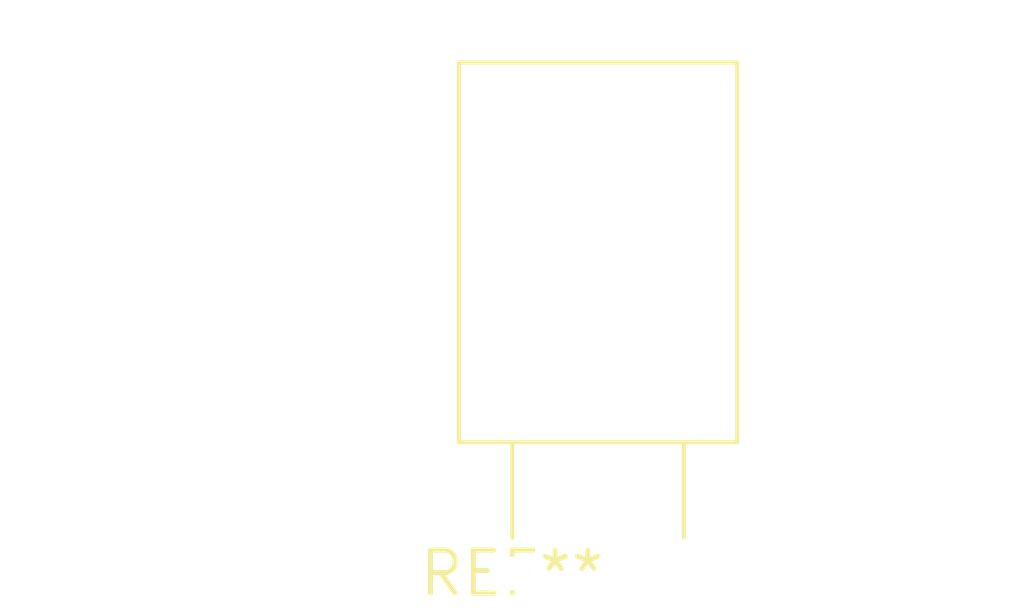
<source format=kicad_pcb>
(kicad_pcb (version 20240108) (generator pcbnew)
  (layers (0 "F.Cu" signal) (31 "B.Cu" signal) (34 "B.Paste" user) (35 "F.Paste" user) (36 "B.SilkS" user "B.Silkscreen") (37 "F.SilkS" user "F.Silkscreen") (38 "B.Mask" user) (39 "F.Mask" user) (44 "Edge.Cuts" user))
  (net 0 "")
  (footprint "TO-126-2_Horizontal_TabDown" (layer "F.Cu") (at 0 0)
    (property "Reference" "REF**")
    (property "Value" "TO-126-2_Horizontal_TabDown")
    (fp_line (start -1.58 -15.12) (end -1.58 -3.88) (layer "F.SilkS") (stroke (width 0.12)))
    (fp_line (start -1.58 -15.12) (end 6.66 -15.12) (layer "F.SilkS") (stroke (width 0.12)))
    (fp_line (start -1.58 -3.88) (end 6.66 -3.88) (layer "F.SilkS") (stroke (width 0.12)))
    (fp_line (start 0 -3.88) (end 0 -1.05) (layer "F.SilkS") (stroke (width 0.12)))
    (fp_line (start 5.08 -3.88) (end 5.08 -1.066) (layer "F.SilkS") (stroke (width 0.12)))
    (fp_line (start 6.66 -15.12) (end 6.66 -3.88) (layer "F.SilkS") (stroke (width 0.12)))
    (pad "" np_thru_hole oval (at 2.54 -11.1) (size 3.2 3.2) (drill 3.2) (layers *.Cu *.Mask))
    (pad "1" thru_hole rect (at 0 0) (size 1.8 1.8) (drill 1) (layers *.Cu *.Mask) (remove_unused_layers))
    (pad "2" thru_hole oval (at 5.08 0) (size 1.8 1.8) (drill 1) (layers *.Cu *.Mask) (remove_unused_layers))
  )
)
</source>
